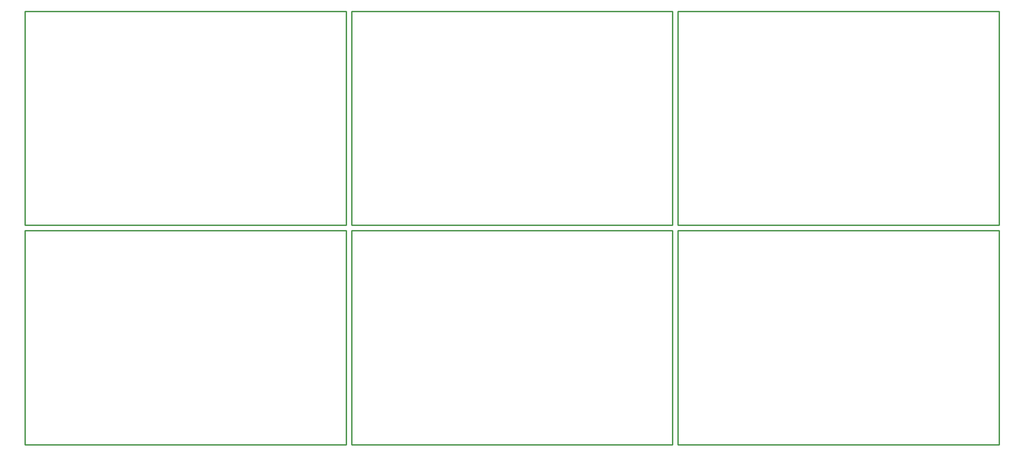
<source format=gbr>
*
%LPD*%
%LNDimension*%
%FSLAX25Y25*%
%MOIN*%
%AD*%
%AD*%
%ADD10C,0.01*%
G54D10*
%SRX1Y1I0.0J0.0*%
G1X26127Y5737D2*
G1X26127Y163217D1*
G1X262347Y163217D1*
G1X262347Y5737D1*
G1X26127Y5737D1*
G1X266284Y5737D2*
G1X266284Y163217D1*
G1X502504Y163217D1*
G1X502504Y5737D1*
G1X266284Y5737D1*
G1X506442Y5737D2*
G1X506442Y163217D1*
G1X742662Y163217D1*
G1X742662Y5737D1*
G1X506442Y5737D1*
G1X26127Y167154D2*
G1X26127Y324634D1*
G1X262347Y324634D1*
G1X262347Y167154D1*
G1X26127Y167154D1*
G1X266284Y167154D2*
G1X266284Y324634D1*
G1X502504Y324634D1*
G1X502504Y167154D1*
G1X266284Y167154D1*
G1X506442Y167154D2*
G1X506442Y324634D1*
G1X742662Y324634D1*
G1X742662Y167154D1*
G1X506442Y167154D1*
M2*

</source>
